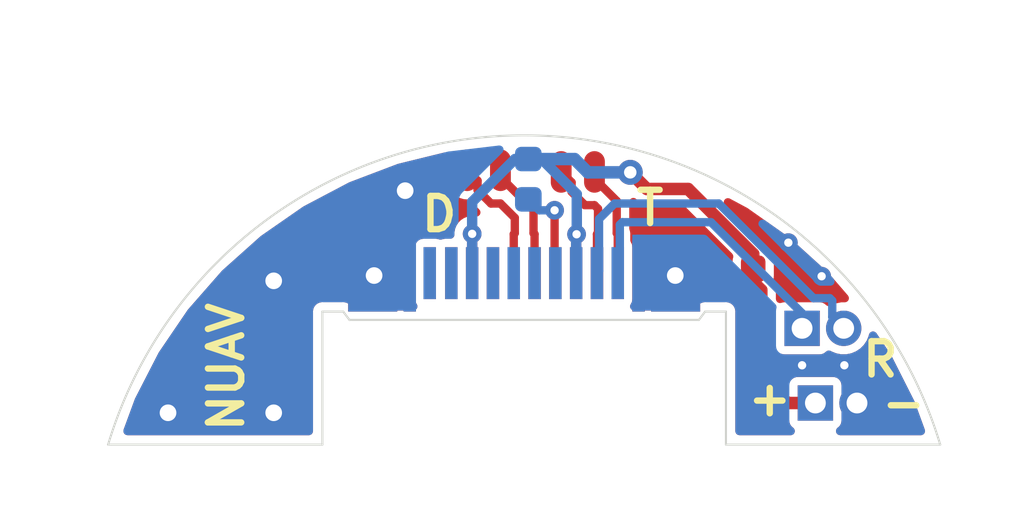
<source format=kicad_pcb>
(kicad_pcb (version 20171130) (host pcbnew 5.1.5+dfsg1-2build2)

  (general
    (thickness 0.8)
    (drawings 17)
    (tracks 85)
    (zones 0)
    (modules 7)
    (nets 19)
  )

  (page A4)
  (layers
    (0 F.Cu signal)
    (1 In1.Cu signal hide)
    (2 In2.Cu signal hide)
    (31 B.Cu signal hide)
    (32 B.Adhes user hide)
    (33 F.Adhes user hide)
    (34 B.Paste user hide)
    (35 F.Paste user hide)
    (36 B.SilkS user hide)
    (37 F.SilkS user hide)
    (38 B.Mask user hide)
    (39 F.Mask user hide)
    (40 Dwgs.User user hide)
    (41 Cmts.User user hide)
    (42 Eco1.User user hide)
    (43 Eco2.User user hide)
    (44 Edge.Cuts user)
    (45 Margin user hide)
    (46 B.CrtYd user hide)
    (47 F.CrtYd user hide)
    (48 B.Fab user hide)
    (49 F.Fab user hide)
  )

  (setup
    (last_trace_width 0.25)
    (user_trace_width 0.2)
    (user_trace_width 0.5)
    (trace_clearance 0.2)
    (zone_clearance 0.2)
    (zone_45_only no)
    (trace_min 0.2)
    (via_size 0.8)
    (via_drill 0.4)
    (via_min_size 0.4)
    (via_min_drill 0.2)
    (uvia_size 0.3)
    (uvia_drill 0.1)
    (uvias_allowed no)
    (uvia_min_size 0.2)
    (uvia_min_drill 0.1)
    (edge_width 0.05)
    (segment_width 0.2)
    (pcb_text_width 0.3)
    (pcb_text_size 1.5 1.5)
    (mod_edge_width 0.12)
    (mod_text_size 1 1)
    (mod_text_width 0.15)
    (pad_size 1.524 1.524)
    (pad_drill 0.762)
    (pad_to_mask_clearance 0.051)
    (solder_mask_min_width 0.25)
    (aux_axis_origin 0 0)
    (visible_elements FFFFF77F)
    (pcbplotparams
      (layerselection 0x3ffff_ffffffff)
      (usegerberextensions false)
      (usegerberattributes true)
      (usegerberadvancedattributes true)
      (creategerberjobfile false)
      (excludeedgelayer false)
      (linewidth 0.150000)
      (plotframeref false)
      (viasonmask false)
      (mode 1)
      (useauxorigin false)
      (hpglpennumber 1)
      (hpglpenspeed 20)
      (hpglpendiameter 15.000000)
      (psnegative false)
      (psa4output false)
      (plotreference true)
      (plotvalue true)
      (plotinvisibletext false)
      (padsonsilk true)
      (subtractmaskfromsilk false)
      (outputformat 1)
      (mirror false)
      (drillshape 0)
      (scaleselection 1)
      (outputdirectory "gerber/"))
  )

  (net 0 "")
  (net 1 "Net-(U1-PadA8)")
  (net 2 "Net-(U1-PadA10)")
  (net 3 "Net-(U1-PadA11)")
  (net 4 "Net-(U1-PadB7)")
  (net 5 "Net-(U1-PadB2)")
  (net 6 "Net-(U1-PadB8)")
  (net 7 "Net-(U1-PadB3)")
  (net 8 "Net-(U1-PadB5)")
  (net 9 "Net-(U1-PadB6)")
  (net 10 VBUS)
  (net 11 GND)
  (net 12 Rp)
  (net 13 D1_N)
  (net 14 D1_P)
  (net 15 TX1_P)
  (net 16 TX1_N)
  (net 17 RX1_P)
  (net 18 RX1_N)

  (net_class Default "This is the default net class."
    (clearance 0.2)
    (trace_width 0.25)
    (via_dia 0.8)
    (via_drill 0.4)
    (uvia_dia 0.3)
    (uvia_drill 0.1)
    (add_net D1_N)
    (add_net D1_P)
    (add_net GND)
    (add_net "Net-(U1-PadA10)")
    (add_net "Net-(U1-PadA11)")
    (add_net "Net-(U1-PadA8)")
    (add_net "Net-(U1-PadB2)")
    (add_net "Net-(U1-PadB3)")
    (add_net "Net-(U1-PadB5)")
    (add_net "Net-(U1-PadB6)")
    (add_net "Net-(U1-PadB7)")
    (add_net "Net-(U1-PadB8)")
    (add_net RX1_N)
    (add_net RX1_P)
    (add_net Rp)
    (add_net TX1_N)
    (add_net TX1_P)
    (add_net VBUS)
  )

  (module USB-C-Buczek:Pins-custom (layer F.Cu) (tedit 5F89EC72) (tstamp 5F8A64CB)
    (at 100.89 96.44 90)
    (descr "Through hole straight pin header, 1x02, 1.00mm pitch, single row")
    (tags "Through hole pin header THT 1x02 1.00mm single row")
    (path /5F8C5E04)
    (fp_text reference J2 (at 0 -1.56 90) (layer F.Fab)
      (effects (font (size 1 1) (thickness 0.15)))
    )
    (fp_text value Conn_01x02 (at 0 2.56 90) (layer F.Fab)
      (effects (font (size 1 1) (thickness 0.15)))
    )
    (fp_text user %R (at 0 0.5) (layer F.Fab)
      (effects (font (size 0.76 0.76) (thickness 0.114)))
    )
    (fp_line (start 1.15 -1) (end -1.15 -1) (layer F.CrtYd) (width 0.05))
    (fp_line (start 1.15 2) (end 1.15 -1) (layer F.CrtYd) (width 0.05))
    (fp_line (start -1.15 2) (end 1.15 2) (layer F.CrtYd) (width 0.05))
    (fp_line (start -1.15 -1) (end -1.15 2) (layer F.CrtYd) (width 0.05))
    (fp_line (start -0.635 -0.1825) (end -0.3175 -0.5) (layer F.Fab) (width 0.1))
    (fp_line (start -0.635 1.5) (end -0.635 -0.1825) (layer F.Fab) (width 0.1))
    (fp_line (start 0.635 1.5) (end -0.635 1.5) (layer F.Fab) (width 0.1))
    (fp_line (start 0.635 -0.5) (end 0.635 1.5) (layer F.Fab) (width 0.1))
    (fp_line (start -0.3175 -0.5) (end 0.635 -0.5) (layer F.Fab) (width 0.1))
    (pad 2 smd oval (at 0 0.8 90) (size 1 0.5) (layers F.Cu F.Paste F.Mask)
      (net 15 TX1_P))
    (pad 1 smd oval (at 0 0 90) (size 1 0.5) (layers F.Cu F.Paste F.Mask)
      (net 16 TX1_N))
    (model ${KISYS3DMOD}/Connector_PinHeader_1.00mm.3dshapes/PinHeader_1x02_P1.00mm_Vertical.wrl
      (at (xyz 0 0 0))
      (scale (xyz 1 1 1))
      (rotate (xyz 0 0 0))
    )
  )

  (module USB-C-Buczek:Pins-custom (layer F.Cu) (tedit 5F89EC72) (tstamp 5F8A64BC)
    (at 98.63 96.4 90)
    (descr "Through hole straight pin header, 1x02, 1.00mm pitch, single row")
    (tags "Through hole pin header THT 1x02 1.00mm single row")
    (path /5F8C2E40)
    (fp_text reference J1 (at 0 -1.56 90) (layer F.Fab)
      (effects (font (size 1 1) (thickness 0.15)))
    )
    (fp_text value Conn_01x02 (at 0 2.56 90) (layer F.Fab)
      (effects (font (size 1 1) (thickness 0.15)))
    )
    (fp_text user %R (at 0 0.5) (layer F.Fab)
      (effects (font (size 0.76 0.76) (thickness 0.114)))
    )
    (fp_line (start 1.15 -1) (end -1.15 -1) (layer F.CrtYd) (width 0.05))
    (fp_line (start 1.15 2) (end 1.15 -1) (layer F.CrtYd) (width 0.05))
    (fp_line (start -1.15 2) (end 1.15 2) (layer F.CrtYd) (width 0.05))
    (fp_line (start -1.15 -1) (end -1.15 2) (layer F.CrtYd) (width 0.05))
    (fp_line (start -0.635 -0.1825) (end -0.3175 -0.5) (layer F.Fab) (width 0.1))
    (fp_line (start -0.635 1.5) (end -0.635 -0.1825) (layer F.Fab) (width 0.1))
    (fp_line (start 0.635 1.5) (end -0.635 1.5) (layer F.Fab) (width 0.1))
    (fp_line (start 0.635 -0.5) (end 0.635 1.5) (layer F.Fab) (width 0.1))
    (fp_line (start -0.3175 -0.5) (end 0.635 -0.5) (layer F.Fab) (width 0.1))
    (pad 2 smd oval (at 0 0.8 90) (size 1 0.5) (layers F.Cu F.Paste F.Mask)
      (net 14 D1_P))
    (pad 1 smd oval (at 0 0 90) (size 1 0.5) (layers F.Cu F.Paste F.Mask)
      (net 13 D1_N))
    (model ${KISYS3DMOD}/Connector_PinHeader_1.00mm.3dshapes/PinHeader_1x02_P1.00mm_Vertical.wrl
      (at (xyz 0 0 0))
      (scale (xyz 1 1 1))
      (rotate (xyz 0 0 0))
    )
  )

  (module USB-C-Buczek:CX60-24S-UNIT (layer F.Cu) (tedit 5F89E5C4) (tstamp 5F8A3EF7)
    (at 96.36 98.875)
    (descr "Universal Serial Bus (USB) Shielded I/O Plug, Type C, Right Angle, Surface Mount, http://www.molex.com/pdm_docs/sd/1054440001_sd.pdf")
    (tags "USB Type-C Plug Edge Mount")
    (path /5F8A69BE)
    (attr smd)
    (fp_text reference Ur (at 0 2.04) (layer F.Fab)
      (effects (font (size 1 1) (thickness 0.15)))
    )
    (fp_text value CX60-24S-UNIT (at 3.335 -3.625) (layer F.Fab)
      (effects (font (size 1 1) (thickness 0.15)))
    )
    (fp_line (start 8.309 0) (end 8.309 -1.524) (layer B.Fab) (width 0.12))
    (fp_line (start -1.003 -1.524) (end -1.003 0) (layer B.Fab) (width 0.12))
    (fp_line (start 8.309 -1.524) (end -1.003 -1.524) (layer B.Fab) (width 0.12))
    (fp_line (start 8.296 -1.524) (end 8.296 0) (layer F.Fab) (width 0.12))
    (fp_line (start -1.016 -1.524) (end 8.296 -1.524) (layer F.Fab) (width 0.12))
    (fp_line (start -1.016 0) (end -1.016 -1.524) (layer F.Fab) (width 0.12))
    (pad B6 smd rect (at 3.39 0) (size 0.3 1.25) (layers B.Cu B.Paste B.Mask)
      (net 9 "Net-(U1-PadB6)"))
    (pad Mount3 smd rect (at 0 0) (size 1.18 1.85) (layers B.Cu B.Paste B.Mask)
      (net 11 GND))
    (pad B4 smd rect (at 2.39 0) (size 0.3 1.25) (layers B.Cu B.Paste B.Mask)
      (net 10 VBUS))
    (pad B5 smd rect (at 2.89 0) (size 0.3 1.25) (layers B.Cu B.Paste B.Mask)
      (net 8 "Net-(U1-PadB5)"))
    (pad Mount4 smd rect (at 7.28 0) (size 1.18 1.85) (layers B.Cu B.Paste B.Mask)
      (net 11 GND))
    (pad B3 smd rect (at 1.89 0) (size 0.3 1.25) (layers B.Cu B.Paste B.Mask)
      (net 7 "Net-(U1-PadB3)"))
    (pad B11 smd rect (at 5.89 0) (size 0.3 1.25) (layers B.Cu B.Paste B.Mask)
      (net 17 RX1_P))
    (pad B9 smd rect (at 4.89 0) (size 0.3 1.25) (layers B.Cu B.Paste B.Mask)
      (net 10 VBUS))
    (pad B12 smd rect (at 6.39 0) (size 0.3 1.85) (layers B.Cu B.Paste B.Mask)
      (net 11 GND))
    (pad B10 smd rect (at 5.39 0) (size 0.3 1.25) (layers B.Cu B.Paste B.Mask)
      (net 18 RX1_N))
    (pad B8 smd rect (at 4.39 0) (size 0.3 1.25) (layers B.Cu B.Paste B.Mask)
      (net 6 "Net-(U1-PadB8)"))
    (pad B2 smd rect (at 1.37 0) (size 0.3 1.25) (layers B.Cu B.Paste B.Mask)
      (net 5 "Net-(U1-PadB2)"))
    (pad B1 smd rect (at 0.89 0) (size 0.3 1.85) (layers B.Cu B.Paste B.Mask)
      (net 11 GND))
    (pad B7 smd rect (at 3.89 0) (size 0.3 1.25) (layers B.Cu B.Paste B.Mask)
      (net 4 "Net-(U1-PadB7)"))
    (pad Mount1 smd rect (at 0 0) (size 1.18 1.85) (layers F.Cu F.Paste F.Mask)
      (net 11 GND))
    (pad A12 smd rect (at 0.89 0) (size 0.3 1.85) (layers F.Cu F.Paste F.Mask)
      (net 11 GND))
    (pad A11 smd rect (at 1.37 0) (size 0.3 1.25) (layers F.Cu F.Paste F.Mask)
      (net 3 "Net-(U1-PadA11)"))
    (pad A10 smd rect (at 1.89 0) (size 0.3 1.25) (layers F.Cu F.Paste F.Mask)
      (net 2 "Net-(U1-PadA10)"))
    (pad A9 smd rect (at 2.39 0) (size 0.3 1.25) (layers F.Cu F.Paste F.Mask)
      (net 10 VBUS))
    (pad A8 smd rect (at 2.89 0) (size 0.3 1.25) (layers F.Cu F.Paste F.Mask)
      (net 1 "Net-(U1-PadA8)"))
    (pad A7 smd rect (at 3.39 0) (size 0.3 1.25) (layers F.Cu F.Paste F.Mask)
      (net 13 D1_N))
    (pad A6 smd rect (at 3.89 0) (size 0.3 1.25) (layers F.Cu F.Paste F.Mask)
      (net 14 D1_P))
    (pad A5 smd rect (at 4.39 0) (size 0.3 1.25) (layers F.Cu F.Paste F.Mask)
      (net 12 Rp))
    (pad A4 smd rect (at 4.89 0) (size 0.3 1.25) (layers F.Cu F.Paste F.Mask)
      (net 10 VBUS))
    (pad A3 smd rect (at 5.39 0) (size 0.3 1.25) (layers F.Cu F.Paste F.Mask)
      (net 16 TX1_N))
    (pad A2 smd rect (at 5.89 0) (size 0.3 1.25) (layers F.Cu F.Paste F.Mask)
      (net 15 TX1_P))
    (pad A1 smd rect (at 6.39 0) (size 0.3 1.85) (layers F.Cu F.Paste F.Mask)
      (net 11 GND))
    (pad Mount2 smd rect (at 7.28 0) (size 1.18 1.85) (layers F.Cu F.Paste F.Mask)
      (net 11 GND))
    (model ${KISYS3DMOD}/Connector_USB.3dshapes/USB_C_Plug_Molex_105444.wrl
      (offset (xyz 0 0 0.5))
      (scale (xyz 1 1 1))
      (rotate (xyz 0 0 0))
    )
    (model "/home/bucz/Downloads/SMD STEP Files/CX60-24S-UNIT_4800465000_3D_step.stp"
      (offset (xyz -5 16.5 0.25))
      (scale (xyz 1 1 1))
      (rotate (xyz -90 0 0))
    )
  )

  (module Capacitor_SMD:C_0402_1005Metric (layer F.Cu) (tedit 5B301BBE) (tstamp 5F8A45BF)
    (at 105.99 98.77)
    (descr "Capacitor SMD 0402 (1005 Metric), square (rectangular) end terminal, IPC_7351 nominal, (Body size source: http://www.tortai-tech.com/upload/download/2011102023233369053.pdf), generated with kicad-footprint-generator")
    (tags capacitor)
    (path /5F8BF9F2)
    (attr smd)
    (fp_text reference Cbp1 (at 0 -1.17) (layer F.Fab)
      (effects (font (size 1 1) (thickness 0.15)))
    )
    (fp_text value 10nF (at 3.535 -0.56) (layer F.Fab)
      (effects (font (size 1 1) (thickness 0.15)))
    )
    (fp_line (start -0.5 0.25) (end -0.5 -0.25) (layer F.Fab) (width 0.1))
    (fp_line (start -0.5 -0.25) (end 0.5 -0.25) (layer F.Fab) (width 0.1))
    (fp_line (start 0.5 -0.25) (end 0.5 0.25) (layer F.Fab) (width 0.1))
    (fp_line (start 0.5 0.25) (end -0.5 0.25) (layer F.Fab) (width 0.1))
    (fp_line (start -0.93 0.47) (end -0.93 -0.47) (layer F.CrtYd) (width 0.05))
    (fp_line (start -0.93 -0.47) (end 0.93 -0.47) (layer F.CrtYd) (width 0.05))
    (fp_line (start 0.93 -0.47) (end 0.93 0.47) (layer F.CrtYd) (width 0.05))
    (fp_line (start 0.93 0.47) (end -0.93 0.47) (layer F.CrtYd) (width 0.05))
    (fp_text user %R (at -9.67 1.64) (layer F.Fab)
      (effects (font (size 0.25 0.25) (thickness 0.04)))
    )
    (pad 1 smd roundrect (at -0.485 0) (size 0.59 0.64) (layers F.Cu F.Paste F.Mask) (roundrect_rratio 0.25)
      (net 10 VBUS))
    (pad 2 smd roundrect (at 0.485 0) (size 0.59 0.64) (layers F.Cu F.Paste F.Mask) (roundrect_rratio 0.25)
      (net 11 GND))
    (model ${KISYS3DMOD}/Capacitor_SMD.3dshapes/C_0402_1005Metric.wrl
      (at (xyz 0 0 0))
      (scale (xyz 1 1 1))
      (rotate (xyz 0 0 0))
    )
    (model "/home/bucz/Downloads/SMD STEP Files/Capacitor_SMD.3dshapes/C_0402_1005Metric.wrl"
      (at (xyz 0 0 0))
      (scale (xyz 1 1 1))
      (rotate (xyz 0 0 0))
    )
  )

  (module Resistor_SMD:R_0402_1005Metric (layer B.Cu) (tedit 5B301BBD) (tstamp 5F8A4605)
    (at 100.1 96.615 270)
    (descr "Resistor SMD 0402 (1005 Metric), square (rectangular) end terminal, IPC_7351 nominal, (Body size source: http://www.tortai-tech.com/upload/download/2011102023233369053.pdf), generated with kicad-footprint-generator")
    (tags resistor)
    (path /5F8BC323)
    (attr smd)
    (fp_text reference Rp1 (at 0 1.17 270) (layer B.Fab)
      (effects (font (size 1 1) (thickness 0.15)) (justify mirror))
    )
    (fp_text value 56kR (at 0 -1.17 270) (layer B.Fab)
      (effects (font (size 1 1) (thickness 0.15)) (justify mirror))
    )
    (fp_line (start -0.5 -0.25) (end -0.5 0.25) (layer B.Fab) (width 0.1))
    (fp_line (start -0.5 0.25) (end 0.5 0.25) (layer B.Fab) (width 0.1))
    (fp_line (start 0.5 0.25) (end 0.5 -0.25) (layer B.Fab) (width 0.1))
    (fp_line (start 0.5 -0.25) (end -0.5 -0.25) (layer B.Fab) (width 0.1))
    (fp_line (start -0.93 -0.47) (end -0.93 0.47) (layer B.CrtYd) (width 0.05))
    (fp_line (start -0.93 0.47) (end 0.93 0.47) (layer B.CrtYd) (width 0.05))
    (fp_line (start 0.93 0.47) (end 0.93 -0.47) (layer B.CrtYd) (width 0.05))
    (fp_line (start 0.93 -0.47) (end -0.93 -0.47) (layer B.CrtYd) (width 0.05))
    (fp_text user %R (at 0 0 270) (layer B.Fab)
      (effects (font (size 0.25 0.25) (thickness 0.04)) (justify mirror))
    )
    (pad 1 smd roundrect (at -0.485 0 270) (size 0.59 0.64) (layers B.Cu B.Paste B.Mask) (roundrect_rratio 0.25)
      (net 10 VBUS))
    (pad 2 smd roundrect (at 0.485 0 270) (size 0.59 0.64) (layers B.Cu B.Paste B.Mask) (roundrect_rratio 0.25)
      (net 12 Rp))
    (model ${KISYS3DMOD}/Resistor_SMD.3dshapes/R_0402_1005Metric.wrl
      (at (xyz 0 0 0))
      (scale (xyz 1 1 1))
      (rotate (xyz 0 0 0))
    )
    (model "/home/bucz/Downloads/SMD STEP Files/Resistor_SMD.3dshapes/R_0402_1005Metric.wrl"
      (at (xyz 0 0 0))
      (scale (xyz 1 1 1))
      (rotate (xyz 0 0 0))
    )
  )

  (module USB-C-Buczek:PinHeader_1x02_P1.00mm_Vertical (layer F.Cu) (tedit 5F89E647) (tstamp 5F8A5EAC)
    (at 107 102 90)
    (descr "Through hole straight pin header, 1x02, 1.00mm pitch, single row")
    (tags "Through hole pin header THT 1x02 1.00mm single row")
    (path /5F8CE4DB)
    (fp_text reference J4 (at 0 -1.56 90) (layer F.Fab)
      (effects (font (size 1 1) (thickness 0.15)))
    )
    (fp_text value Conn_01x02 (at 0 2.56 90) (layer F.Fab)
      (effects (font (size 1 1) (thickness 0.15)))
    )
    (fp_text user %R (at 0 0.5) (layer F.Fab)
      (effects (font (size 0.76 0.76) (thickness 0.114)))
    )
    (fp_line (start 1.15 -1) (end -1.15 -1) (layer F.CrtYd) (width 0.05))
    (fp_line (start 1.15 2) (end 1.15 -1) (layer F.CrtYd) (width 0.05))
    (fp_line (start -1.15 2) (end 1.15 2) (layer F.CrtYd) (width 0.05))
    (fp_line (start -1.15 -1) (end -1.15 2) (layer F.CrtYd) (width 0.05))
    (fp_line (start -0.635 -0.1825) (end -0.3175 -0.5) (layer F.Fab) (width 0.1))
    (fp_line (start -0.635 1.5) (end -0.635 -0.1825) (layer F.Fab) (width 0.1))
    (fp_line (start 0.635 1.5) (end -0.635 1.5) (layer F.Fab) (width 0.1))
    (fp_line (start 0.635 -0.5) (end 0.635 1.5) (layer F.Fab) (width 0.1))
    (fp_line (start -0.3175 -0.5) (end 0.635 -0.5) (layer F.Fab) (width 0.1))
    (pad 2 thru_hole oval (at 0 1 90) (size 0.85 0.85) (drill 0.5) (layers *.Cu *.Mask)
      (net 11 GND))
    (pad 1 thru_hole rect (at 0 0 90) (size 0.85 0.85) (drill 0.5) (layers *.Cu *.Mask)
      (net 10 VBUS))
    (model ${KISYS3DMOD}/Connector_PinHeader_1.00mm.3dshapes/PinHeader_1x02_P1.00mm_Vertical.wrl
      (at (xyz 0 0 0))
      (scale (xyz 1 1 1))
      (rotate (xyz 0 0 0))
    )
  )

  (module USB-C-Buczek:PinHeader_1x02_P1.00mm_Vertical (layer F.Cu) (tedit 5F89E647) (tstamp 5F8A6C18)
    (at 106.68 100.203 90)
    (descr "Through hole straight pin header, 1x02, 1.00mm pitch, single row")
    (tags "Through hole pin header THT 1x02 1.00mm single row")
    (path /5F8C60B8)
    (fp_text reference J3 (at 0 -1.56 90) (layer F.Fab)
      (effects (font (size 1 1) (thickness 0.15)))
    )
    (fp_text value Conn_01x02 (at 0 2.56 90) (layer F.Fab)
      (effects (font (size 1 1) (thickness 0.15)))
    )
    (fp_line (start -0.3175 -0.5) (end 0.635 -0.5) (layer F.Fab) (width 0.1))
    (fp_line (start 0.635 -0.5) (end 0.635 1.5) (layer F.Fab) (width 0.1))
    (fp_line (start 0.635 1.5) (end -0.635 1.5) (layer F.Fab) (width 0.1))
    (fp_line (start -0.635 1.5) (end -0.635 -0.1825) (layer F.Fab) (width 0.1))
    (fp_line (start -0.635 -0.1825) (end -0.3175 -0.5) (layer F.Fab) (width 0.1))
    (fp_line (start -1.15 -1) (end -1.15 2) (layer F.CrtYd) (width 0.05))
    (fp_line (start -1.15 2) (end 1.15 2) (layer F.CrtYd) (width 0.05))
    (fp_line (start 1.15 2) (end 1.15 -1) (layer F.CrtYd) (width 0.05))
    (fp_line (start 1.15 -1) (end -1.15 -1) (layer F.CrtYd) (width 0.05))
    (fp_text user %R (at 0 0.5) (layer F.Fab)
      (effects (font (size 0.76 0.76) (thickness 0.114)))
    )
    (pad 1 thru_hole rect (at 0 0 90) (size 0.85 0.85) (drill 0.5) (layers *.Cu *.Mask)
      (net 17 RX1_P))
    (pad 2 thru_hole oval (at 0 1 90) (size 0.85 0.85) (drill 0.5) (layers *.Cu *.Mask)
      (net 18 RX1_N))
    (model ${KISYS3DMOD}/Connector_PinHeader_1.00mm.3dshapes/PinHeader_1x02_P1.00mm_Vertical.wrl
      (at (xyz 0 0 0))
      (scale (xyz 1 1 1))
      (rotate (xyz 0 0 0))
    )
  )

  (gr_text NUAV (at 92.837 101.13264 90) (layer F.SilkS)
    (effects (font (size 0.8 0.8) (thickness 0.153)))
  )
  (gr_text - (at 109.1184 101.99624) (layer F.SilkS)
    (effects (font (size 0.8 0.8) (thickness 0.153)))
  )
  (gr_text + (at 105.90276 101.88448) (layer F.SilkS)
    (effects (font (size 0.8 0.8) (thickness 0.153)))
  )
  (gr_text R (at 108.5596 100.94976) (layer F.SilkS) (tstamp 5F8A8528)
    (effects (font (size 0.8 0.8) (thickness 0.153)))
  )
  (gr_text T (at 103.02748 97.3074) (layer F.SilkS) (tstamp 5F8A8528)
    (effects (font (size 0.8 0.8) (thickness 0.153)))
  )
  (gr_text "D\n" (at 97.95764 97.45472) (layer F.SilkS)
    (effects (font (size 0.8 0.8) (thickness 0.153)))
  )
  (gr_line (start 104.35 99.8) (end 104.85 99.8) (layer Edge.Cuts) (width 0.05))
  (gr_line (start 95.65 99.8) (end 95.15 99.8) (layer Edge.Cuts) (width 0.05))
  (gr_arc (start 100 106) (end 110 103) (angle -146.6015115) (layer Edge.Cuts) (width 0.05))
  (gr_line (start 104.85 103) (end 110 103) (layer Edge.Cuts) (width 0.05))
  (gr_line (start 95.15 103) (end 90 103) (layer Edge.Cuts) (width 0.05))
  (gr_line (start 95.15 99.8) (end 95.15 103) (layer Edge.Cuts) (width 0.05))
  (gr_line (start 104.85 99.8) (end 104.85 103) (layer Edge.Cuts) (width 0.05))
  (gr_line (start 104.2 100) (end 104.35 99.8) (layer Edge.Cuts) (width 0.05))
  (gr_line (start 95.8 100) (end 95.65 99.8) (layer Edge.Cuts) (width 0.05))
  (gr_line (start 100 90) (end 100 110) (layer F.Fab) (width 0.15))
  (gr_line (start 95.8 100) (end 104.2 100) (layer Edge.Cuts) (width 0.05))

  (via (at 102.55 96.45) (size 0.6) (drill 0.3) (layers F.Cu B.Cu) (net 10))
  (via (at 101.26 97.94) (size 0.45) (drill 0.2) (layers F.Cu B.Cu) (net 10) (tstamp 5F8A7118))
  (via (at 98.75 97.93) (size 0.45) (drill 0.2) (layers F.Cu B.Cu) (net 10) (tstamp 5F8A7118))
  (segment (start 98.75 98.875) (end 98.75 97.93) (width 0.25) (layer B.Cu) (net 10))
  (segment (start 101.25 97.95) (end 101.26 97.94) (width 0.25) (layer B.Cu) (net 10))
  (segment (start 101.25 98.875) (end 101.25 97.95) (width 0.25) (layer B.Cu) (net 10))
  (segment (start 99.78 96.13) (end 100.1 96.13) (width 0.25) (layer B.Cu) (net 10))
  (segment (start 98.75 97.16) (end 99.78 96.13) (width 0.25) (layer B.Cu) (net 10))
  (segment (start 98.75 97.93) (end 98.75 97.16) (width 0.25) (layer B.Cu) (net 10))
  (segment (start 101.265001 96.975001) (end 100.42 96.13) (width 0.25) (layer B.Cu) (net 10))
  (segment (start 100.42 96.13) (end 100.1 96.13) (width 0.25) (layer B.Cu) (net 10))
  (segment (start 101.265001 97.862001) (end 101.265001 96.975001) (width 0.25) (layer B.Cu) (net 10))
  (segment (start 101.26 97.867002) (end 101.265001 97.862001) (width 0.25) (layer B.Cu) (net 10))
  (segment (start 101.26 97.94) (end 101.26 97.867002) (width 0.25) (layer B.Cu) (net 10))
  (segment (start 105.505 99.09) (end 105.505 98.77) (width 0.3) (layer F.Cu) (net 10))
  (segment (start 105.70001 99.28501) (end 105.505 99.09) (width 0.3) (layer F.Cu) (net 10))
  (segment (start 105.70001 101.37501) (end 105.70001 99.28501) (width 0.3) (layer F.Cu) (net 10))
  (segment (start 106.325 102) (end 105.70001 101.37501) (width 0.3) (layer F.Cu) (net 10))
  (segment (start 107 102) (end 106.325 102) (width 0.3) (layer F.Cu) (net 10))
  (segment (start 101.25 97.95) (end 101.26 97.94) (width 0.25) (layer F.Cu) (net 10))
  (segment (start 101.25 98.875) (end 101.25 97.95) (width 0.25) (layer F.Cu) (net 10))
  (segment (start 98.75 98.875) (end 98.75 97.93) (width 0.25) (layer F.Cu) (net 10))
  (segment (start 101.21 96.13) (end 100.1 96.13) (width 0.3) (layer B.Cu) (net 10))
  (segment (start 102.949999 96.849999) (end 102.55 96.45) (width 0.3) (layer F.Cu) (net 10))
  (segment (start 103.940001 96.849999) (end 102.949999 96.849999) (width 0.3) (layer F.Cu) (net 10))
  (segment (start 105.505 98.414998) (end 103.940001 96.849999) (width 0.3) (layer F.Cu) (net 10))
  (segment (start 105.505 98.77) (end 105.505 98.414998) (width 0.3) (layer F.Cu) (net 10))
  (segment (start 101.53 96.45) (end 101.21 96.13) (width 0.3) (layer B.Cu) (net 10))
  (segment (start 102.55 96.45) (end 101.53 96.45) (width 0.3) (layer B.Cu) (net 10))
  (via (at 93.98 102.235) (size 0.8) (drill 0.4) (layers F.Cu B.Cu) (net 11))
  (via (at 91.44 102.235) (size 0.8) (drill 0.4) (layers F.Cu B.Cu) (net 11))
  (via (at 93.98 99.06) (size 0.8) (drill 0.4) (layers F.Cu B.Cu) (net 11))
  (via (at 97.13976 96.89084) (size 0.8) (drill 0.4) (layers F.Cu B.Cu) (net 11))
  (via (at 106.35 98.142) (size 0.45) (drill 0.2) (layers F.Cu B.Cu) (net 11) (tstamp 5F8A74E8))
  (via (at 107.15 98.95) (size 0.45) (drill 0.2) (layers F.Cu B.Cu) (net 11) (tstamp 5F8A74E8))
  (via (at 103.632 98.933) (size 0.8) (drill 0.4) (layers F.Cu B.Cu) (net 11))
  (via (at 96.393 98.933) (size 0.8) (drill 0.4) (layers F.Cu B.Cu) (net 11))
  (via (at 106.68 101.092) (size 0.45) (drill 0.2) (layers F.Cu B.Cu) (net 11) (tstamp 5F8A7118))
  (via (at 107.696 101.092) (size 0.45) (drill 0.2) (layers F.Cu B.Cu) (net 11) (tstamp 5F8A7118))
  (via (at 100.73132 97.36328) (size 0.45) (drill 0.2) (layers F.Cu B.Cu) (net 12))
  (segment (start 100.73132 98.85632) (end 100.73132 97.36328) (width 0.2) (layer F.Cu) (net 12))
  (segment (start 100.75 98.875) (end 100.73132 98.85632) (width 0.2) (layer F.Cu) (net 12))
  (segment (start 100.36328 97.36328) (end 100.1 97.1) (width 0.2) (layer B.Cu) (net 12))
  (segment (start 100.73132 97.36328) (end 100.36328 97.36328) (width 0.2) (layer B.Cu) (net 12))
  (segment (start 98.87999 96.877821) (end 98.87999 96.64999) (width 0.2) (layer F.Cu) (net 13))
  (segment (start 99.202179 97.20001) (end 98.87999 96.877821) (width 0.2) (layer F.Cu) (net 13))
  (segment (start 99.775 97.545) (end 99.43001 97.20001) (width 0.2) (layer F.Cu) (net 13))
  (segment (start 99.775 97.912499) (end 99.775 97.545) (width 0.2) (layer F.Cu) (net 13))
  (segment (start 99.75 97.937499) (end 99.775 97.912499) (width 0.2) (layer F.Cu) (net 13))
  (segment (start 99.43001 97.20001) (end 99.202179 97.20001) (width 0.2) (layer F.Cu) (net 13))
  (segment (start 99.75 98.875) (end 99.75 97.937499) (width 0.2) (layer F.Cu) (net 13))
  (segment (start 98.87999 96.64999) (end 98.63 96.4) (width 0.2) (layer F.Cu) (net 13))
  (segment (start 99.43 96.563603) (end 99.43 96.4) (width 0.2) (layer F.Cu) (net 14))
  (segment (start 100.225 97.358603) (end 99.43 96.563603) (width 0.2) (layer F.Cu) (net 14))
  (segment (start 100.225 97.912499) (end 100.225 97.358603) (width 0.2) (layer F.Cu) (net 14))
  (segment (start 100.25 97.937499) (end 100.225 97.912499) (width 0.2) (layer F.Cu) (net 14))
  (segment (start 100.25 98.875) (end 100.25 97.937499) (width 0.2) (layer F.Cu) (net 14))
  (segment (start 101.69 96.603603) (end 101.69 96.44) (width 0.2) (layer F.Cu) (net 15))
  (segment (start 102.225 97.138603) (end 101.69 96.603603) (width 0.2) (layer F.Cu) (net 15))
  (segment (start 102.225 97.912499) (end 102.225 97.138603) (width 0.2) (layer F.Cu) (net 15))
  (segment (start 102.25 97.937499) (end 102.225 97.912499) (width 0.2) (layer F.Cu) (net 15))
  (segment (start 102.25 98.875) (end 102.25 97.937499) (width 0.2) (layer F.Cu) (net 15))
  (segment (start 101.462179 97.24001) (end 101.13999 96.917821) (width 0.2) (layer F.Cu) (net 16))
  (segment (start 101.69001 97.24001) (end 101.462179 97.24001) (width 0.2) (layer F.Cu) (net 16))
  (segment (start 101.775 97.912499) (end 101.775 97.325) (width 0.2) (layer F.Cu) (net 16))
  (segment (start 101.13999 96.917821) (end 101.13999 96.68999) (width 0.2) (layer F.Cu) (net 16))
  (segment (start 101.75 97.937499) (end 101.775 97.912499) (width 0.2) (layer F.Cu) (net 16))
  (segment (start 101.75 98.875) (end 101.75 97.937499) (width 0.2) (layer F.Cu) (net 16))
  (segment (start 101.13999 96.68999) (end 100.89 96.44) (width 0.2) (layer F.Cu) (net 16))
  (segment (start 101.775 97.325) (end 101.69001 97.24001) (width 0.2) (layer F.Cu) (net 16))
  (segment (start 102.25 98.875) (end 102.299999 98.875) (width 0.2) (layer B.Cu) (net 17))
  (segment (start 102.299999 98.875) (end 102.299999 97.709999) (width 0.2) (layer B.Cu) (net 17))
  (segment (start 102.359999 97.649999) (end 104.490602 97.649999) (width 0.2) (layer B.Cu) (net 17))
  (segment (start 104.490602 97.649999) (end 106.68 99.839397) (width 0.2) (layer B.Cu) (net 17))
  (segment (start 106.68 99.839397) (end 106.68 100.203) (width 0.2) (layer B.Cu) (net 17))
  (segment (start 102.299999 97.709999) (end 102.359999 97.649999) (width 0.2) (layer B.Cu) (net 17))
  (segment (start 107.405001 99.928001) (end 107.68 100.203) (width 0.2) (layer B.Cu) (net 18))
  (segment (start 107.405001 99.537999) (end 107.405001 99.928001) (width 0.2) (layer B.Cu) (net 18))
  (segment (start 107.345001 99.477999) (end 107.405001 99.537999) (width 0.2) (layer B.Cu) (net 18))
  (segment (start 101.75 98.875) (end 101.799999 98.825001) (width 0.2) (layer B.Cu) (net 18))
  (segment (start 101.799999 98.825001) (end 101.799999 97.573616) (width 0.2) (layer B.Cu) (net 18))
  (segment (start 102.173607 97.200008) (end 104.677008 97.200008) (width 0.2) (layer B.Cu) (net 18))
  (segment (start 101.799999 97.573616) (end 102.173607 97.200008) (width 0.2) (layer B.Cu) (net 18))
  (segment (start 104.677008 97.200008) (end 106.954999 99.477999) (width 0.2) (layer B.Cu) (net 18))
  (segment (start 106.954999 99.477999) (end 107.345001 99.477999) (width 0.2) (layer B.Cu) (net 18))

  (zone (net 11) (net_name GND) (layer F.Cu) (tstamp 5F8A8652) (hatch edge 0.508)
    (connect_pads yes (clearance 0.2))
    (min_thickness 0.2)
    (fill yes (arc_segments 32) (thermal_gap 0.508) (thermal_bridge_width 0.508))
    (polygon
      (pts
        (xy 111.92256 92.69984) (xy 112.02416 104.648) (xy 87.4014 104.58196) (xy 87.63508 92.3036)
      )
    )
    (filled_polygon
      (pts
        (xy 102.630262 97.169736) (xy 102.647427 97.183823) (xy 102.647431 97.183827) (xy 102.698782 97.22597) (xy 102.763924 97.260789)
        (xy 102.776958 97.267756) (xy 102.861784 97.293488) (xy 102.927894 97.299999) (xy 102.927904 97.299999) (xy 102.949998 97.302175)
        (xy 102.972093 97.299999) (xy 103.753606 97.299999) (xy 104.927962 98.474355) (xy 104.917175 98.509914) (xy 104.908549 98.5975)
        (xy 104.908549 98.9425) (xy 104.917175 99.030086) (xy 104.942723 99.114306) (xy 104.984211 99.191924) (xy 105.040044 99.259956)
        (xy 105.108076 99.315789) (xy 105.118383 99.321298) (xy 105.129029 99.341216) (xy 105.163177 99.382825) (xy 105.185263 99.409737)
        (xy 105.202434 99.423829) (xy 105.250011 99.471406) (xy 105.25001 101.352915) (xy 105.247834 101.37501) (xy 105.25001 101.397104)
        (xy 105.25001 101.397114) (xy 105.256521 101.463224) (xy 105.274244 101.521647) (xy 105.282253 101.54805) (xy 105.324039 101.626226)
        (xy 105.349326 101.657038) (xy 105.380273 101.694747) (xy 105.397443 101.708838) (xy 105.991176 102.302572) (xy 106.005263 102.319737)
        (xy 106.022428 102.333824) (xy 106.022432 102.333828) (xy 106.073783 102.375971) (xy 106.151959 102.417757) (xy 106.236785 102.443489)
        (xy 106.275748 102.447326) (xy 106.279341 102.48381) (xy 106.296496 102.54036) (xy 106.324353 102.592477) (xy 106.361842 102.638158)
        (xy 106.406735 102.675) (xy 105.175 102.675) (xy 105.175 99.815961) (xy 105.176572 99.8) (xy 105.170297 99.736289)
        (xy 105.151713 99.675026) (xy 105.121535 99.618566) (xy 105.080921 99.569079) (xy 105.031434 99.528465) (xy 104.974974 99.498287)
        (xy 104.913711 99.479703) (xy 104.865961 99.475) (xy 104.86596 99.475) (xy 104.85 99.473428) (xy 104.834039 99.475)
        (xy 104.374845 99.475) (xy 104.367773 99.473912) (xy 104.342912 99.475) (xy 104.334039 99.475) (xy 104.326944 99.475699)
        (xy 104.303815 99.476711) (xy 104.295162 99.478829) (xy 104.286289 99.479703) (xy 104.264128 99.486425) (xy 104.241632 99.491932)
        (xy 104.233553 99.4957) (xy 104.225026 99.498287) (xy 104.204597 99.509206) (xy 104.183615 99.518993) (xy 104.176433 99.52426)
        (xy 104.168566 99.528465) (xy 104.150653 99.543166) (xy 104.13199 99.556853) (xy 104.125971 99.563423) (xy 104.119079 99.569079)
        (xy 104.104379 99.586991) (xy 104.099577 99.592232) (xy 104.094269 99.599309) (xy 104.078465 99.618566) (xy 104.075088 99.624884)
        (xy 104.037501 99.675) (xy 102.644473 99.675) (xy 102.650647 99.667477) (xy 102.678504 99.61536) (xy 102.695659 99.55881)
        (xy 102.701451 99.5) (xy 102.701451 98.25) (xy 102.695659 98.19119) (xy 102.678504 98.13464) (xy 102.650647 98.082523)
        (xy 102.65 98.081735) (xy 102.65 97.957134) (xy 102.651934 97.937498) (xy 102.65 97.917862) (xy 102.65 97.917852)
        (xy 102.644212 97.859085) (xy 102.625 97.795751) (xy 102.625 97.163324)
      )
    )
    (filled_polygon
      (pts
        (xy 98.08 96.122983) (xy 98.08 96.677018) (xy 98.087958 96.757819) (xy 98.119409 96.861494) (xy 98.17048 96.957042)
        (xy 98.239211 97.04079) (xy 98.322959 97.109521) (xy 98.418507 97.160592) (xy 98.522182 97.192042) (xy 98.63 97.202661)
        (xy 98.638325 97.201841) (xy 98.85136 97.414877) (xy 98.801708 97.405) (xy 98.698292 97.405) (xy 98.596863 97.425176)
        (xy 98.501319 97.464751) (xy 98.415332 97.522206) (xy 98.342206 97.595332) (xy 98.284751 97.681319) (xy 98.245176 97.776863)
        (xy 98.225 97.878292) (xy 98.225 97.948549) (xy 98.1 97.948549) (xy 98.04119 97.954341) (xy 97.99 97.96987)
        (xy 97.93881 97.954341) (xy 97.88 97.948549) (xy 97.58 97.948549) (xy 97.52119 97.954341) (xy 97.46464 97.971496)
        (xy 97.412523 97.999353) (xy 97.366842 98.036842) (xy 97.329353 98.082523) (xy 97.301496 98.13464) (xy 97.284341 98.19119)
        (xy 97.278549 98.25) (xy 97.278549 99.5) (xy 97.284341 99.55881) (xy 97.301496 99.61536) (xy 97.329353 99.667477)
        (xy 97.335527 99.675) (xy 95.962499 99.675) (xy 95.924912 99.624883) (xy 95.921535 99.618566) (xy 95.905731 99.599309)
        (xy 95.900423 99.592232) (xy 95.895621 99.586991) (xy 95.880921 99.569079) (xy 95.874029 99.563423) (xy 95.86801 99.556853)
        (xy 95.849344 99.543164) (xy 95.831434 99.528465) (xy 95.82357 99.524262) (xy 95.816386 99.518993) (xy 95.795401 99.509205)
        (xy 95.774974 99.498287) (xy 95.766445 99.4957) (xy 95.758367 99.491932) (xy 95.735876 99.486427) (xy 95.713711 99.479703)
        (xy 95.704836 99.478829) (xy 95.696184 99.476711) (xy 95.673057 99.475699) (xy 95.665961 99.475) (xy 95.657088 99.475)
        (xy 95.632227 99.473912) (xy 95.625155 99.475) (xy 95.16596 99.475) (xy 95.15 99.473428) (xy 95.134039 99.475)
        (xy 95.086289 99.479703) (xy 95.025026 99.498287) (xy 94.968566 99.528465) (xy 94.919079 99.569079) (xy 94.878465 99.618566)
        (xy 94.848287 99.675026) (xy 94.829703 99.736289) (xy 94.823428 99.8) (xy 94.825 99.815961) (xy 94.825001 102.675)
        (xy 90.465871 102.675) (xy 90.738297 101.934537) (xy 91.302781 100.836133) (xy 91.996929 99.814695) (xy 92.810381 98.885471)
        (xy 93.731015 98.062308) (xy 94.745109 97.357473) (xy 95.837532 96.781486) (xy 96.992011 96.342923) (xy 98.084775 96.074499)
      )
    )
    (filled_polygon
      (pts
        (xy 108.732916 100.896735) (xy 109.29001 101.999556) (xy 109.535852 102.675) (xy 107.593265 102.675) (xy 107.638158 102.638158)
        (xy 107.675647 102.592477) (xy 107.703504 102.54036) (xy 107.720659 102.48381) (xy 107.726451 102.425) (xy 107.726451 101.575)
        (xy 107.720659 101.51619) (xy 107.703504 101.45964) (xy 107.675647 101.407523) (xy 107.638158 101.361842) (xy 107.592477 101.324353)
        (xy 107.54036 101.296496) (xy 107.48381 101.279341) (xy 107.425 101.273549) (xy 106.575 101.273549) (xy 106.51619 101.279341)
        (xy 106.45964 101.296496) (xy 106.407523 101.324353) (xy 106.361842 101.361842) (xy 106.344441 101.383045) (xy 106.15001 101.188615)
        (xy 106.15001 100.90965) (xy 106.19619 100.923659) (xy 106.255 100.929451) (xy 107.105 100.929451) (xy 107.16381 100.923659)
        (xy 107.22036 100.906504) (xy 107.272477 100.878647) (xy 107.318158 100.841158) (xy 107.322389 100.836002) (xy 107.336584 100.845487)
        (xy 107.468525 100.900139) (xy 107.608594 100.928) (xy 107.751406 100.928) (xy 107.891475 100.900139) (xy 108.023416 100.845487)
        (xy 108.142161 100.766144) (xy 108.243144 100.665161) (xy 108.322487 100.546416) (xy 108.377139 100.414475) (xy 108.38468 100.376562)
      )
    )
    (filled_polygon
      (pts
        (xy 105.314873 97.394231) (xy 106.324036 98.106096) (xy 107.238924 98.935645) (xy 107.707085 99.478) (xy 107.608594 99.478)
        (xy 107.468525 99.505861) (xy 107.336584 99.560513) (xy 107.322389 99.569998) (xy 107.318158 99.564842) (xy 107.272477 99.527353)
        (xy 107.22036 99.499496) (xy 107.16381 99.482341) (xy 107.105 99.476549) (xy 106.255 99.476549) (xy 106.19619 99.482341)
        (xy 106.15001 99.49635) (xy 106.15001 99.307104) (xy 106.152186 99.28501) (xy 106.15001 99.262916) (xy 106.15001 99.262905)
        (xy 106.143499 99.196795) (xy 106.117767 99.111969) (xy 106.086009 99.052555) (xy 106.092825 99.030086) (xy 106.101451 98.9425)
        (xy 106.101451 98.5975) (xy 106.092825 98.509914) (xy 106.067277 98.425694) (xy 106.025789 98.348076) (xy 105.969956 98.280044)
        (xy 105.922139 98.240801) (xy 105.918628 98.234233) (xy 105.880971 98.163781) (xy 105.838828 98.11243) (xy 105.838824 98.112426)
        (xy 105.824737 98.095261) (xy 105.807572 98.081174) (xy 104.896082 97.169685)
      )
    )
  )
  (zone (net 11) (net_name GND) (layer In1.Cu) (tstamp 5F8A864F) (hatch edge 0.508)
    (connect_pads yes (clearance 0.2))
    (min_thickness 0.2)
    (fill yes (arc_segments 32) (thermal_gap 0.508) (thermal_bridge_width 0.508))
    (polygon
      (pts
        (xy 112.1156 93.85808) (xy 112.83188 106.39552) (xy 89.07272 106.45648) (xy 89.35212 93.48724)
      )
    )
    (filled_polygon
      (pts
        (xy 100.65259 95.906375) (xy 101.87783 96.061143) (xy 102.057788 96.106676) (xy 102.018287 96.165793) (xy 101.973058 96.274986)
        (xy 101.95 96.390905) (xy 101.95 96.509095) (xy 101.973058 96.625014) (xy 102.018287 96.734207) (xy 102.08395 96.832478)
        (xy 102.167522 96.91605) (xy 102.265793 96.981713) (xy 102.374986 97.026942) (xy 102.490905 97.05) (xy 102.609095 97.05)
        (xy 102.725014 97.026942) (xy 102.834207 96.981713) (xy 102.932478 96.91605) (xy 103.01605 96.832478) (xy 103.081713 96.734207)
        (xy 103.126942 96.625014) (xy 103.15 96.509095) (xy 103.15 96.393135) (xy 104.226478 96.810658) (xy 105.314873 97.394231)
        (xy 106.324036 98.106096) (xy 107.238924 98.935645) (xy 107.707085 99.478) (xy 107.608594 99.478) (xy 107.468525 99.505861)
        (xy 107.336584 99.560513) (xy 107.322389 99.569998) (xy 107.318158 99.564842) (xy 107.272477 99.527353) (xy 107.22036 99.499496)
        (xy 107.16381 99.482341) (xy 107.105 99.476549) (xy 106.255 99.476549) (xy 106.19619 99.482341) (xy 106.13964 99.499496)
        (xy 106.087523 99.527353) (xy 106.041842 99.564842) (xy 106.004353 99.610523) (xy 105.976496 99.66264) (xy 105.959341 99.71919)
        (xy 105.953549 99.778) (xy 105.953549 100.628) (xy 105.959341 100.68681) (xy 105.976496 100.74336) (xy 106.004353 100.795477)
        (xy 106.041842 100.841158) (xy 106.087523 100.878647) (xy 106.13964 100.906504) (xy 106.19619 100.923659) (xy 106.255 100.929451)
        (xy 107.105 100.929451) (xy 107.16381 100.923659) (xy 107.22036 100.906504) (xy 107.272477 100.878647) (xy 107.318158 100.841158)
        (xy 107.322389 100.836002) (xy 107.336584 100.845487) (xy 107.468525 100.900139) (xy 107.608594 100.928) (xy 107.751406 100.928)
        (xy 107.891475 100.900139) (xy 108.023416 100.845487) (xy 108.142161 100.766144) (xy 108.243144 100.665161) (xy 108.322487 100.546416)
        (xy 108.377139 100.414475) (xy 108.38468 100.376562) (xy 108.732916 100.896735) (xy 109.29001 101.999556) (xy 109.535852 102.675)
        (xy 107.593265 102.675) (xy 107.638158 102.638158) (xy 107.675647 102.592477) (xy 107.703504 102.54036) (xy 107.720659 102.48381)
        (xy 107.726451 102.425) (xy 107.726451 101.575) (xy 107.720659 101.51619) (xy 107.703504 101.45964) (xy 107.675647 101.407523)
        (xy 107.638158 101.361842) (xy 107.592477 101.324353) (xy 107.54036 101.296496) (xy 107.48381 101.279341) (xy 107.425 101.273549)
        (xy 106.575 101.273549) (xy 106.51619 101.279341) (xy 106.45964 101.296496) (xy 106.407523 101.324353) (xy 106.361842 101.361842)
        (xy 106.324353 101.407523) (xy 106.296496 101.45964) (xy 106.279341 101.51619) (xy 106.273549 101.575) (xy 106.273549 102.425)
        (xy 106.279341 102.48381) (xy 106.296496 102.54036) (xy 106.324353 102.592477) (xy 106.361842 102.638158) (xy 106.406735 102.675)
        (xy 105.175 102.675) (xy 105.175 99.815961) (xy 105.176572 99.8) (xy 105.170297 99.736289) (xy 105.151713 99.675026)
        (xy 105.121535 99.618566) (xy 105.080921 99.569079) (xy 105.031434 99.528465) (xy 104.974974 99.498287) (xy 104.913711 99.479703)
        (xy 104.865961 99.475) (xy 104.86596 99.475) (xy 104.85 99.473428) (xy 104.834039 99.475) (xy 104.374845 99.475)
        (xy 104.367773 99.473912) (xy 104.342912 99.475) (xy 104.334039 99.475) (xy 104.326944 99.475699) (xy 104.303815 99.476711)
        (xy 104.295162 99.478829) (xy 104.286289 99.479703) (xy 104.264128 99.486425) (xy 104.241632 99.491932) (xy 104.233553 99.4957)
        (xy 104.225026 99.498287) (xy 104.204597 99.509206) (xy 104.183615 99.518993) (xy 104.176433 99.52426) (xy 104.168566 99.528465)
        (xy 104.150653 99.543166) (xy 104.13199 99.556853) (xy 104.125971 99.563423) (xy 104.119079 99.569079) (xy 104.104379 99.586991)
        (xy 104.099577 99.592232) (xy 104.094269 99.599309) (xy 104.078465 99.618566) (xy 104.075088 99.624884) (xy 104.037501 99.675)
        (xy 95.962499 99.675) (xy 95.924912 99.624883) (xy 95.921535 99.618566) (xy 95.905731 99.599309) (xy 95.900423 99.592232)
        (xy 95.895621 99.586991) (xy 95.880921 99.569079) (xy 95.874029 99.563423) (xy 95.86801 99.556853) (xy 95.849344 99.543164)
        (xy 95.831434 99.528465) (xy 95.82357 99.524262) (xy 95.816386 99.518993) (xy 95.795401 99.509205) (xy 95.774974 99.498287)
        (xy 95.766445 99.4957) (xy 95.758367 99.491932) (xy 95.735876 99.486427) (xy 95.713711 99.479703) (xy 95.704836 99.478829)
        (xy 95.696184 99.476711) (xy 95.673057 99.475699) (xy 95.665961 99.475) (xy 95.657088 99.475) (xy 95.632227 99.473912)
        (xy 95.625155 99.475) (xy 95.16596 99.475) (xy 95.15 99.473428) (xy 95.134039 99.475) (xy 95.086289 99.479703)
        (xy 95.025026 99.498287) (xy 94.968566 99.528465) (xy 94.919079 99.569079) (xy 94.878465 99.618566) (xy 94.848287 99.675026)
        (xy 94.829703 99.736289) (xy 94.823428 99.8) (xy 94.825 99.815961) (xy 94.825001 102.675) (xy 90.465871 102.675)
        (xy 90.738297 101.934537) (xy 91.302781 100.836133) (xy 91.996929 99.814695) (xy 92.810381 98.885471) (xy 93.731015 98.062308)
        (xy 93.995771 97.878292) (xy 98.225 97.878292) (xy 98.225 97.981708) (xy 98.245176 98.083137) (xy 98.284751 98.178681)
        (xy 98.342206 98.264668) (xy 98.415332 98.337794) (xy 98.501319 98.395249) (xy 98.596863 98.434824) (xy 98.698292 98.455)
        (xy 98.801708 98.455) (xy 98.903137 98.434824) (xy 98.998681 98.395249) (xy 99.084668 98.337794) (xy 99.157794 98.264668)
        (xy 99.215249 98.178681) (xy 99.254824 98.083137) (xy 99.275 97.981708) (xy 99.275 97.878292) (xy 99.254824 97.776863)
        (xy 99.215249 97.681319) (xy 99.157794 97.595332) (xy 99.084668 97.522206) (xy 98.998681 97.464751) (xy 98.903137 97.425176)
        (xy 98.801708 97.405) (xy 98.698292 97.405) (xy 98.596863 97.425176) (xy 98.501319 97.464751) (xy 98.415332 97.522206)
        (xy 98.342206 97.595332) (xy 98.284751 97.681319) (xy 98.245176 97.776863) (xy 98.225 97.878292) (xy 93.995771 97.878292)
        (xy 94.745109 97.357473) (xy 94.832165 97.311572) (xy 100.20632 97.311572) (xy 100.20632 97.414988) (xy 100.226496 97.516417)
        (xy 100.266071 97.611961) (xy 100.323526 97.697948) (xy 100.396652 97.771074) (xy 100.482639 97.828529) (xy 100.578183 97.868104)
        (xy 100.679612 97.88828) (xy 100.735002 97.88828) (xy 100.735 97.888292) (xy 100.735 97.991708) (xy 100.755176 98.093137)
        (xy 100.794751 98.188681) (xy 100.852206 98.274668) (xy 100.925332 98.347794) (xy 101.011319 98.405249) (xy 101.106863 98.444824)
        (xy 101.208292 98.465) (xy 101.311708 98.465) (xy 101.413137 98.444824) (xy 101.508681 98.405249) (xy 101.594668 98.347794)
        (xy 101.667794 98.274668) (xy 101.725249 98.188681) (xy 101.764824 98.093137) (xy 101.785 97.991708) (xy 101.785 97.888292)
        (xy 101.764824 97.786863) (xy 101.725249 97.691319) (xy 101.667794 97.605332) (xy 101.594668 97.532206) (xy 101.508681 97.474751)
        (xy 101.413137 97.435176) (xy 101.311708 97.415) (xy 101.256318 97.415) (xy 101.25632 97.414988) (xy 101.25632 97.311572)
        (xy 101.236144 97.210143) (xy 101.196569 97.114599) (xy 101.139114 97.028612) (xy 101.065988 96.955486) (xy 100.980001 96.898031)
        (xy 100.884457 96.858456) (xy 100.783028 96.83828) (xy 100.679612 96.83828) (xy 100.578183 96.858456) (xy 100.482639 96.898031)
        (xy 100.396652 96.955486) (xy 100.323526 97.028612) (xy 100.266071 97.114599) (xy 100.226496 97.210143) (xy 100.20632 97.311572)
        (xy 94.832165 97.311572) (xy 95.837532 96.781486) (xy 96.992011 96.342923) (xy 98.191344 96.048321) (xy 99.417622 95.90208)
      )
    )
  )
  (zone (net 11) (net_name GND) (layer In2.Cu) (tstamp 5F8A864C) (hatch edge 0.508)
    (connect_pads yes (clearance 0.2))
    (min_thickness 0.2)
    (fill yes (arc_segments 32) (thermal_gap 0.508) (thermal_bridge_width 0.508))
    (polygon
      (pts
        (xy 116.06784 104.19588) (xy 87.15756 103.84028) (xy 87.67572 90.82024) (xy 87.63508 90.7034) (xy 115.42776 89.58072)
      )
    )
    (filled_polygon
      (pts
        (xy 100.65259 95.906375) (xy 101.87783 96.061143) (xy 102.057788 96.106676) (xy 102.018287 96.165793) (xy 101.973058 96.274986)
        (xy 101.95 96.390905) (xy 101.95 96.509095) (xy 101.973058 96.625014) (xy 102.018287 96.734207) (xy 102.08395 96.832478)
        (xy 102.167522 96.91605) (xy 102.265793 96.981713) (xy 102.374986 97.026942) (xy 102.490905 97.05) (xy 102.609095 97.05)
        (xy 102.725014 97.026942) (xy 102.834207 96.981713) (xy 102.932478 96.91605) (xy 103.01605 96.832478) (xy 103.081713 96.734207)
        (xy 103.126942 96.625014) (xy 103.15 96.509095) (xy 103.15 96.393135) (xy 104.226478 96.810658) (xy 105.314873 97.394231)
        (xy 106.324036 98.106096) (xy 107.238924 98.935645) (xy 107.707085 99.478) (xy 107.608594 99.478) (xy 107.468525 99.505861)
        (xy 107.336584 99.560513) (xy 107.322389 99.569998) (xy 107.318158 99.564842) (xy 107.272477 99.527353) (xy 107.22036 99.499496)
        (xy 107.16381 99.482341) (xy 107.105 99.476549) (xy 106.255 99.476549) (xy 106.19619 99.482341) (xy 106.13964 99.499496)
        (xy 106.087523 99.527353) (xy 106.041842 99.564842) (xy 106.004353 99.610523) (xy 105.976496 99.66264) (xy 105.959341 99.71919)
        (xy 105.953549 99.778) (xy 105.953549 100.628) (xy 105.959341 100.68681) (xy 105.976496 100.74336) (xy 106.004353 100.795477)
        (xy 106.041842 100.841158) (xy 106.087523 100.878647) (xy 106.13964 100.906504) (xy 106.19619 100.923659) (xy 106.255 100.929451)
        (xy 107.105 100.929451) (xy 107.16381 100.923659) (xy 107.22036 100.906504) (xy 107.272477 100.878647) (xy 107.318158 100.841158)
        (xy 107.322389 100.836002) (xy 107.336584 100.845487) (xy 107.468525 100.900139) (xy 107.608594 100.928) (xy 107.751406 100.928)
        (xy 107.891475 100.900139) (xy 108.023416 100.845487) (xy 108.142161 100.766144) (xy 108.243144 100.665161) (xy 108.322487 100.546416)
        (xy 108.377139 100.414475) (xy 108.38468 100.376562) (xy 108.732916 100.896735) (xy 109.29001 101.999556) (xy 109.535852 102.675)
        (xy 107.593265 102.675) (xy 107.638158 102.638158) (xy 107.675647 102.592477) (xy 107.703504 102.54036) (xy 107.720659 102.48381)
        (xy 107.726451 102.425) (xy 107.726451 101.575) (xy 107.720659 101.51619) (xy 107.703504 101.45964) (xy 107.675647 101.407523)
        (xy 107.638158 101.361842) (xy 107.592477 101.324353) (xy 107.54036 101.296496) (xy 107.48381 101.279341) (xy 107.425 101.273549)
        (xy 106.575 101.273549) (xy 106.51619 101.279341) (xy 106.45964 101.296496) (xy 106.407523 101.324353) (xy 106.361842 101.361842)
        (xy 106.324353 101.407523) (xy 106.296496 101.45964) (xy 106.279341 101.51619) (xy 106.273549 101.575) (xy 106.273549 102.425)
        (xy 106.279341 102.48381) (xy 106.296496 102.54036) (xy 106.324353 102.592477) (xy 106.361842 102.638158) (xy 106.406735 102.675)
        (xy 105.175 102.675) (xy 105.175 99.815961) (xy 105.176572 99.8) (xy 105.170297 99.736289) (xy 105.151713 99.675026)
        (xy 105.121535 99.618566) (xy 105.080921 99.569079) (xy 105.031434 99.528465) (xy 104.974974 99.498287) (xy 104.913711 99.479703)
        (xy 104.865961 99.475) (xy 104.86596 99.475) (xy 104.85 99.473428) (xy 104.834039 99.475) (xy 104.374845 99.475)
        (xy 104.367773 99.473912) (xy 104.342912 99.475) (xy 104.334039 99.475) (xy 104.326944 99.475699) (xy 104.303815 99.476711)
        (xy 104.295162 99.478829) (xy 104.286289 99.479703) (xy 104.264128 99.486425) (xy 104.241632 99.491932) (xy 104.233553 99.4957)
        (xy 104.225026 99.498287) (xy 104.204597 99.509206) (xy 104.183615 99.518993) (xy 104.176433 99.52426) (xy 104.168566 99.528465)
        (xy 104.150653 99.543166) (xy 104.13199 99.556853) (xy 104.125971 99.563423) (xy 104.119079 99.569079) (xy 104.104379 99.586991)
        (xy 104.099577 99.592232) (xy 104.094269 99.599309) (xy 104.078465 99.618566) (xy 104.075088 99.624884) (xy 104.037501 99.675)
        (xy 95.962499 99.675) (xy 95.924912 99.624883) (xy 95.921535 99.618566) (xy 95.905731 99.599309) (xy 95.900423 99.592232)
        (xy 95.895621 99.586991) (xy 95.880921 99.569079) (xy 95.874029 99.563423) (xy 95.86801 99.556853) (xy 95.849344 99.543164)
        (xy 95.831434 99.528465) (xy 95.82357 99.524262) (xy 95.816386 99.518993) (xy 95.795401 99.509205) (xy 95.774974 99.498287)
        (xy 95.766445 99.4957) (xy 95.758367 99.491932) (xy 95.735876 99.486427) (xy 95.713711 99.479703) (xy 95.704836 99.478829)
        (xy 95.696184 99.476711) (xy 95.673057 99.475699) (xy 95.665961 99.475) (xy 95.657088 99.475) (xy 95.632227 99.473912)
        (xy 95.625155 99.475) (xy 95.16596 99.475) (xy 95.15 99.473428) (xy 95.134039 99.475) (xy 95.086289 99.479703)
        (xy 95.025026 99.498287) (xy 94.968566 99.528465) (xy 94.919079 99.569079) (xy 94.878465 99.618566) (xy 94.848287 99.675026)
        (xy 94.829703 99.736289) (xy 94.823428 99.8) (xy 94.825 99.815961) (xy 94.825001 102.675) (xy 90.465871 102.675)
        (xy 90.738297 101.934537) (xy 91.302781 100.836133) (xy 91.996929 99.814695) (xy 92.810381 98.885471) (xy 93.731015 98.062308)
        (xy 93.995771 97.878292) (xy 98.225 97.878292) (xy 98.225 97.981708) (xy 98.245176 98.083137) (xy 98.284751 98.178681)
        (xy 98.342206 98.264668) (xy 98.415332 98.337794) (xy 98.501319 98.395249) (xy 98.596863 98.434824) (xy 98.698292 98.455)
        (xy 98.801708 98.455) (xy 98.903137 98.434824) (xy 98.998681 98.395249) (xy 99.084668 98.337794) (xy 99.157794 98.264668)
        (xy 99.215249 98.178681) (xy 99.254824 98.083137) (xy 99.275 97.981708) (xy 99.275 97.878292) (xy 99.254824 97.776863)
        (xy 99.215249 97.681319) (xy 99.157794 97.595332) (xy 99.084668 97.522206) (xy 98.998681 97.464751) (xy 98.903137 97.425176)
        (xy 98.801708 97.405) (xy 98.698292 97.405) (xy 98.596863 97.425176) (xy 98.501319 97.464751) (xy 98.415332 97.522206)
        (xy 98.342206 97.595332) (xy 98.284751 97.681319) (xy 98.245176 97.776863) (xy 98.225 97.878292) (xy 93.995771 97.878292)
        (xy 94.745109 97.357473) (xy 94.832165 97.311572) (xy 100.20632 97.311572) (xy 100.20632 97.414988) (xy 100.226496 97.516417)
        (xy 100.266071 97.611961) (xy 100.323526 97.697948) (xy 100.396652 97.771074) (xy 100.482639 97.828529) (xy 100.578183 97.868104)
        (xy 100.679612 97.88828) (xy 100.735002 97.88828) (xy 100.735 97.888292) (xy 100.735 97.991708) (xy 100.755176 98.093137)
        (xy 100.794751 98.188681) (xy 100.852206 98.274668) (xy 100.925332 98.347794) (xy 101.011319 98.405249) (xy 101.106863 98.444824)
        (xy 101.208292 98.465) (xy 101.311708 98.465) (xy 101.413137 98.444824) (xy 101.508681 98.405249) (xy 101.594668 98.347794)
        (xy 101.667794 98.274668) (xy 101.725249 98.188681) (xy 101.764824 98.093137) (xy 101.785 97.991708) (xy 101.785 97.888292)
        (xy 101.764824 97.786863) (xy 101.725249 97.691319) (xy 101.667794 97.605332) (xy 101.594668 97.532206) (xy 101.508681 97.474751)
        (xy 101.413137 97.435176) (xy 101.311708 97.415) (xy 101.256318 97.415) (xy 101.25632 97.414988) (xy 101.25632 97.311572)
        (xy 101.236144 97.210143) (xy 101.196569 97.114599) (xy 101.139114 97.028612) (xy 101.065988 96.955486) (xy 100.980001 96.898031)
        (xy 100.884457 96.858456) (xy 100.783028 96.83828) (xy 100.679612 96.83828) (xy 100.578183 96.858456) (xy 100.482639 96.898031)
        (xy 100.396652 96.955486) (xy 100.323526 97.028612) (xy 100.266071 97.114599) (xy 100.226496 97.210143) (xy 100.20632 97.311572)
        (xy 94.832165 97.311572) (xy 95.837532 96.781486) (xy 96.992011 96.342923) (xy 98.191344 96.048321) (xy 99.417622 95.90208)
      )
    )
  )
  (zone (net 11) (net_name GND) (layer B.Cu) (tstamp 5F8A8649) (hatch edge 0.508)
    (connect_pads yes (clearance 0.2))
    (min_thickness 0.2)
    (fill yes (arc_segments 32) (thermal_gap 0.508) (thermal_bridge_width 0.508))
    (polygon
      (pts
        (xy 111.99368 105.95356) (xy 87.35568 105.95356) (xy 87.757 93.37548) (xy 111.03356 92.456)
      )
    )
    (filled_polygon
      (pts
        (xy 105.967433 99.692515) (xy 105.959341 99.71919) (xy 105.953549 99.778) (xy 105.953549 100.628) (xy 105.959341 100.68681)
        (xy 105.976496 100.74336) (xy 106.004353 100.795477) (xy 106.041842 100.841158) (xy 106.087523 100.878647) (xy 106.13964 100.906504)
        (xy 106.19619 100.923659) (xy 106.255 100.929451) (xy 107.105 100.929451) (xy 107.16381 100.923659) (xy 107.22036 100.906504)
        (xy 107.272477 100.878647) (xy 107.318158 100.841158) (xy 107.322389 100.836002) (xy 107.336584 100.845487) (xy 107.468525 100.900139)
        (xy 107.608594 100.928) (xy 107.751406 100.928) (xy 107.891475 100.900139) (xy 108.023416 100.845487) (xy 108.142161 100.766144)
        (xy 108.243144 100.665161) (xy 108.322487 100.546416) (xy 108.377139 100.414475) (xy 108.38468 100.376562) (xy 108.732916 100.896735)
        (xy 109.29001 101.999556) (xy 109.535852 102.675) (xy 107.593265 102.675) (xy 107.638158 102.638158) (xy 107.675647 102.592477)
        (xy 107.703504 102.54036) (xy 107.720659 102.48381) (xy 107.726451 102.425) (xy 107.726451 101.575) (xy 107.720659 101.51619)
        (xy 107.703504 101.45964) (xy 107.675647 101.407523) (xy 107.638158 101.361842) (xy 107.592477 101.324353) (xy 107.54036 101.296496)
        (xy 107.48381 101.279341) (xy 107.425 101.273549) (xy 106.575 101.273549) (xy 106.51619 101.279341) (xy 106.45964 101.296496)
        (xy 106.407523 101.324353) (xy 106.361842 101.361842) (xy 106.324353 101.407523) (xy 106.296496 101.45964) (xy 106.279341 101.51619)
        (xy 106.273549 101.575) (xy 106.273549 102.425) (xy 106.279341 102.48381) (xy 106.296496 102.54036) (xy 106.324353 102.592477)
        (xy 106.361842 102.638158) (xy 106.406735 102.675) (xy 105.175 102.675) (xy 105.175 99.815961) (xy 105.176572 99.8)
        (xy 105.170297 99.736289) (xy 105.151713 99.675026) (xy 105.121535 99.618566) (xy 105.080921 99.569079) (xy 105.031434 99.528465)
        (xy 104.974974 99.498287) (xy 104.913711 99.479703) (xy 104.865961 99.475) (xy 104.86596 99.475) (xy 104.85 99.473428)
        (xy 104.834039 99.475) (xy 104.374845 99.475) (xy 104.367773 99.473912) (xy 104.342912 99.475) (xy 104.334039 99.475)
        (xy 104.326944 99.475699) (xy 104.303815 99.476711) (xy 104.295162 99.478829) (xy 104.286289 99.479703) (xy 104.264128 99.486425)
        (xy 104.241632 99.491932) (xy 104.233553 99.4957) (xy 104.225026 99.498287) (xy 104.204597 99.509206) (xy 104.183615 99.518993)
        (xy 104.176433 99.52426) (xy 104.168566 99.528465) (xy 104.150653 99.543166) (xy 104.13199 99.556853) (xy 104.125971 99.563423)
        (xy 104.119079 99.569079) (xy 104.104379 99.586991) (xy 104.099577 99.592232) (xy 104.094269 99.599309) (xy 104.078465 99.618566)
        (xy 104.075088 99.624884) (xy 104.037501 99.675) (xy 102.644473 99.675) (xy 102.650647 99.667477) (xy 102.678504 99.61536)
        (xy 102.695659 99.55881) (xy 102.701451 99.5) (xy 102.701451 98.879904) (xy 102.701934 98.875) (xy 102.701451 98.870096)
        (xy 102.701451 98.25) (xy 102.699999 98.235257) (xy 102.699999 98.049999) (xy 104.324917 98.049999)
      )
    )
    (filled_polygon
      (pts
        (xy 98.464239 96.844721) (xy 98.448027 96.858026) (xy 98.434722 96.874238) (xy 98.43472 96.87424) (xy 98.432703 96.876698)
        (xy 98.394917 96.92274) (xy 98.373248 96.96328) (xy 98.355453 96.996573) (xy 98.33115 97.076686) (xy 98.322945 97.16)
        (xy 98.325001 97.180876) (xy 98.325 97.621082) (xy 98.284751 97.681319) (xy 98.245176 97.776863) (xy 98.225 97.878292)
        (xy 98.225 97.948549) (xy 98.1 97.948549) (xy 98.04119 97.954341) (xy 97.99 97.96987) (xy 97.93881 97.954341)
        (xy 97.88 97.948549) (xy 97.58 97.948549) (xy 97.52119 97.954341) (xy 97.46464 97.971496) (xy 97.412523 97.999353)
        (xy 97.366842 98.036842) (xy 97.329353 98.082523) (xy 97.301496 98.13464) (xy 97.284341 98.19119) (xy 97.278549 98.25)
        (xy 97.278549 99.5) (xy 97.284341 99.55881) (xy 97.301496 99.61536) (xy 97.329353 99.667477) (xy 97.335527 99.675)
        (xy 95.962499 99.675) (xy 95.924912 99.624883) (xy 95.921535 99.618566) (xy 95.905731 99.599309) (xy 95.900423 99.592232)
        (xy 95.895621 99.586991) (xy 95.880921 99.569079) (xy 95.874029 99.563423) (xy 95.86801 99.556853) (xy 95.849344 99.543164)
        (xy 95.831434 99.528465) (xy 95.82357 99.524262) (xy 95.816386 99.518993) (xy 95.795401 99.509205) (xy 95.774974 99.498287)
        (xy 95.766445 99.4957) (xy 95.758367 99.491932) (xy 95.735876 99.486427) (xy 95.713711 99.479703) (xy 95.704836 99.478829)
        (xy 95.696184 99.476711) (xy 95.673057 99.475699) (xy 95.665961 99.475) (xy 95.657088 99.475) (xy 95.632227 99.473912)
        (xy 95.625155 99.475) (xy 95.16596 99.475) (xy 95.15 99.473428) (xy 95.134039 99.475) (xy 95.086289 99.479703)
        (xy 95.025026 99.498287) (xy 94.968566 99.528465) (xy 94.919079 99.569079) (xy 94.878465 99.618566) (xy 94.848287 99.675026)
        (xy 94.829703 99.736289) (xy 94.823428 99.8) (xy 94.825 99.815961) (xy 94.825001 102.675) (xy 90.465871 102.675)
        (xy 90.738297 101.934537) (xy 91.302781 100.836133) (xy 91.996929 99.814695) (xy 92.810381 98.885471) (xy 93.731015 98.062308)
        (xy 94.745109 97.357473) (xy 95.837532 96.781486) (xy 96.992011 96.342923) (xy 98.191344 96.048321) (xy 99.405424 95.903535)
      )
    )
    (filled_polygon
      (pts
        (xy 106.324036 98.106096) (xy 107.238924 98.935645) (xy 107.36154 99.077693) (xy 107.345001 99.076064) (xy 107.325355 99.077999)
        (xy 107.120685 99.077999) (xy 105.729144 97.686458)
      )
    )
  )
)

</source>
